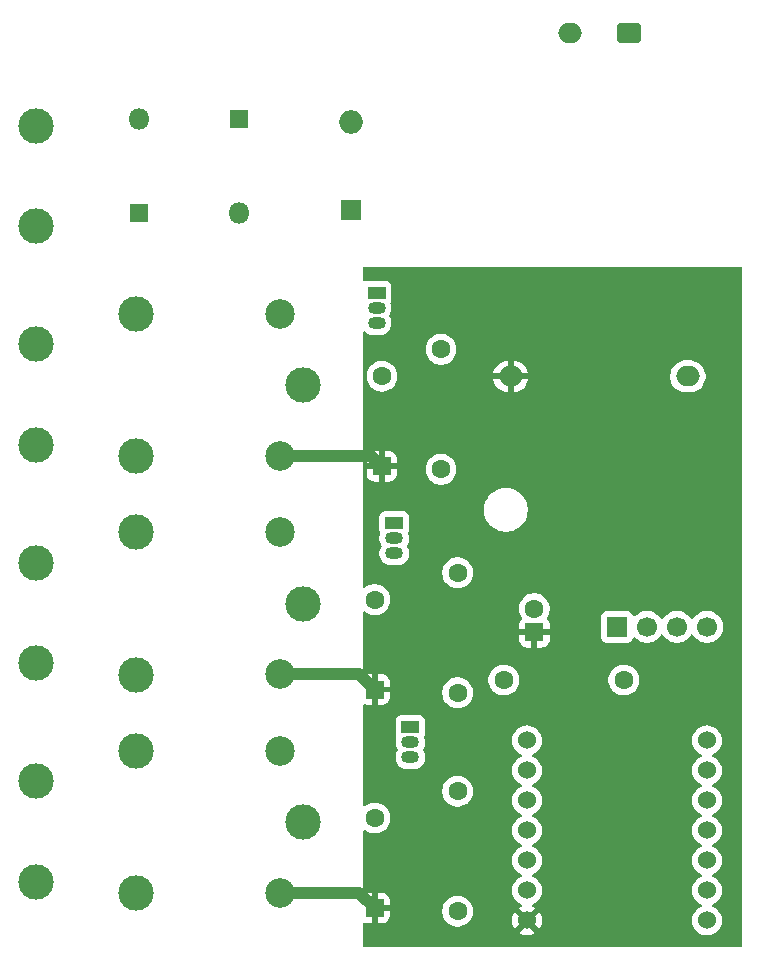
<source format=gbr>
%TF.GenerationSoftware,KiCad,Pcbnew,9.0.5*%
%TF.CreationDate,2025-10-13T17:13:28+02:00*%
%TF.ProjectId,power-sequencer-pcb,706f7765-722d-4736-9571-75656e636572,A*%
%TF.SameCoordinates,Original*%
%TF.FileFunction,Copper,L2,Inr*%
%TF.FilePolarity,Positive*%
%FSLAX46Y46*%
G04 Gerber Fmt 4.6, Leading zero omitted, Abs format (unit mm)*
G04 Created by KiCad (PCBNEW 9.0.5) date 2025-10-13 17:13:28*
%MOMM*%
%LPD*%
G01*
G04 APERTURE LIST*
G04 Aperture macros list*
%AMRoundRect*
0 Rectangle with rounded corners*
0 $1 Rounding radius*
0 $2 $3 $4 $5 $6 $7 $8 $9 X,Y pos of 4 corners*
0 Add a 4 corners polygon primitive as box body*
4,1,4,$2,$3,$4,$5,$6,$7,$8,$9,$2,$3,0*
0 Add four circle primitives for the rounded corners*
1,1,$1+$1,$2,$3*
1,1,$1+$1,$4,$5*
1,1,$1+$1,$6,$7*
1,1,$1+$1,$8,$9*
0 Add four rect primitives between the rounded corners*
20,1,$1+$1,$2,$3,$4,$5,0*
20,1,$1+$1,$4,$5,$6,$7,0*
20,1,$1+$1,$6,$7,$8,$9,0*
20,1,$1+$1,$8,$9,$2,$3,0*%
G04 Aperture macros list end*
%TA.AperFunction,ComponentPad*%
%ADD10C,3.000000*%
%TD*%
%TA.AperFunction,ComponentPad*%
%ADD11C,1.600000*%
%TD*%
%TA.AperFunction,ComponentPad*%
%ADD12RoundRect,0.250000X0.550000X-0.550000X0.550000X0.550000X-0.550000X0.550000X-0.550000X-0.550000X0*%
%TD*%
%TA.AperFunction,ComponentPad*%
%ADD13O,1.500000X1.050000*%
%TD*%
%TA.AperFunction,ComponentPad*%
%ADD14R,1.500000X1.050000*%
%TD*%
%TA.AperFunction,ComponentPad*%
%ADD15C,2.500000*%
%TD*%
%TA.AperFunction,ComponentPad*%
%ADD16R,1.800000X1.800000*%
%TD*%
%TA.AperFunction,ComponentPad*%
%ADD17O,2.000000X2.000000*%
%TD*%
%TA.AperFunction,ComponentPad*%
%ADD18C,1.524000*%
%TD*%
%TA.AperFunction,ComponentPad*%
%ADD19R,1.700000X1.700000*%
%TD*%
%TA.AperFunction,ComponentPad*%
%ADD20C,1.700000*%
%TD*%
%TA.AperFunction,ComponentPad*%
%ADD21RoundRect,0.250000X-0.750000X0.600000X-0.750000X-0.600000X0.750000X-0.600000X0.750000X0.600000X0*%
%TD*%
%TA.AperFunction,ComponentPad*%
%ADD22O,2.000000X1.700000*%
%TD*%
%TA.AperFunction,ComponentPad*%
%ADD23R,1.600000X1.600000*%
%TD*%
%TA.AperFunction,ComponentPad*%
%ADD24O,1.800000X1.800000*%
%TD*%
%TA.AperFunction,Conductor*%
%ADD25C,1.000000*%
%TD*%
G04 APERTURE END LIST*
D10*
%TO.N,Net-(J1-Pin_1)*%
%TO.C,J1*%
X86307500Y-78095000D03*
%TO.N,AC_N*%
X86307500Y-69595000D03*
%TD*%
%TO.N,Net-(J2-Pin_1)*%
%TO.C,J2*%
X86307500Y-96595000D03*
%TO.N,AC_N*%
X86307500Y-88095000D03*
%TD*%
%TO.N,Net-(J4-Pin_1)*%
%TO.C,J4*%
X86307500Y-133595000D03*
%TO.N,AC_N*%
X86307500Y-125095000D03*
%TD*%
%TO.N,Net-(J3-Pin_1)*%
%TO.C,J3*%
X86307500Y-115095000D03*
%TO.N,AC_N*%
X86307500Y-106595000D03*
%TD*%
D11*
%TO.N,Net-(U1-GPIO2{slash}SCK)*%
%TO.C,R2*%
X120595000Y-98675000D03*
%TO.N,Net-(Q1-B)*%
X120595000Y-88515000D03*
%TD*%
%TO.N,Net-(D1-A)*%
%TO.C,D1*%
X115595000Y-90785000D03*
D12*
%TO.N,+5V*%
X115595000Y-98405000D03*
%TD*%
D13*
%TO.N,Net-(D1-A)*%
%TO.C,Q1*%
X115140000Y-86270000D03*
%TO.N,Net-(Q1-B)*%
X115140000Y-85000000D03*
D14*
%TO.N,DC_GND*%
X115140000Y-83730000D03*
%TD*%
D11*
%TO.N,Net-(Q2-B)*%
%TO.C,R3*%
X122000000Y-107420000D03*
%TO.N,Net-(U1-GPIO4{slash}MISO)*%
X122000000Y-117580000D03*
%TD*%
D12*
%TO.N,+5V*%
%TO.C,D3*%
X115000000Y-135810000D03*
D11*
%TO.N,Net-(D3-A)*%
X115000000Y-128190000D03*
%TD*%
D10*
%TO.N,AC_L*%
%TO.C,K2*%
X108950000Y-110050000D03*
D15*
%TO.N,Net-(D2-A)*%
X107000000Y-104000000D03*
D10*
%TO.N,Net-(J3-Pin_1)*%
X94800000Y-104000000D03*
%TO.N,unconnected-(K2-Pad4)*%
X94750000Y-116050000D03*
D15*
%TO.N,+5V*%
X107000000Y-116000000D03*
%TD*%
D16*
%TO.N,AC_L*%
%TO.C,RV1*%
X113000000Y-76750000D03*
D17*
%TO.N,AC_N*%
X113000000Y-69250000D03*
%TD*%
D12*
%TO.N,+5V*%
%TO.C,C1*%
X128500000Y-112455113D03*
D11*
%TO.N,DC_GND*%
X128500000Y-110455113D03*
%TD*%
D18*
%TO.N,unconnected-(U1-GPIO26{slash}ADC0{slash}A0-Pad1)*%
%TO.C,U1*%
X143120000Y-136851500D03*
%TO.N,unconnected-(U1-GPIO27{slash}ADC1{slash}A1-Pad2)*%
X143120000Y-134311500D03*
%TO.N,unconnected-(U1-GPIO28{slash}ADC2{slash}A2-Pad3)*%
X143120000Y-131771500D03*
%TO.N,unconnected-(U1-GPIO29{slash}ADC3{slash}A3-Pad4)*%
X143120000Y-129231500D03*
%TO.N,unconnected-(U1-GPIO6{slash}SDA-Pad5)*%
X143120000Y-126691500D03*
%TO.N,BUTTON*%
X143120000Y-124151500D03*
%TO.N,LED*%
X143120000Y-121611500D03*
%TO.N,unconnected-(U1-GPIO1{slash}RX-Pad8)*%
X127880000Y-121611500D03*
%TO.N,Net-(U1-GPIO2{slash}SCK)*%
X127880000Y-124151500D03*
%TO.N,Net-(U1-GPIO4{slash}MISO)*%
X127880000Y-126691500D03*
%TO.N,Net-(U1-GPIO3{slash}MOSI)*%
X127880000Y-129231500D03*
%TO.N,+3V3*%
X127880000Y-131771500D03*
%TO.N,DC_GND*%
X127880000Y-134311500D03*
%TO.N,+5V*%
X127880000Y-136851500D03*
%TD*%
D12*
%TO.N,+5V*%
%TO.C,D2*%
X115000000Y-117310000D03*
D11*
%TO.N,Net-(D2-A)*%
X115000000Y-109690000D03*
%TD*%
D10*
%TO.N,AC_L*%
%TO.C,K3*%
X108950000Y-128550000D03*
D15*
%TO.N,Net-(D3-A)*%
X107000000Y-122500000D03*
D10*
%TO.N,Net-(J4-Pin_1)*%
X94800000Y-122500000D03*
%TO.N,unconnected-(K3-Pad4)*%
X94750000Y-134550000D03*
D15*
%TO.N,+5V*%
X107000000Y-134500000D03*
%TD*%
D11*
%TO.N,Net-(Q3-B)*%
%TO.C,R4*%
X122000000Y-125920000D03*
%TO.N,Net-(U1-GPIO3{slash}MOSI)*%
X122000000Y-136080000D03*
%TD*%
D10*
%TO.N,AC_L*%
%TO.C,K1*%
X108950000Y-91550000D03*
D15*
%TO.N,Net-(D1-A)*%
X107000000Y-85500000D03*
D10*
%TO.N,Net-(J2-Pin_1)*%
X94800000Y-85500000D03*
%TO.N,unconnected-(K1-Pad4)*%
X94750000Y-97550000D03*
D15*
%TO.N,+5V*%
X107000000Y-97500000D03*
%TD*%
D14*
%TO.N,DC_GND*%
%TO.C,Q3*%
X118000000Y-120500000D03*
D13*
%TO.N,Net-(Q3-B)*%
X118000000Y-121770000D03*
%TO.N,Net-(D3-A)*%
X118000000Y-123040000D03*
%TD*%
D19*
%TO.N,DC_GND*%
%TO.C,SW1*%
X135500000Y-112000000D03*
D20*
%TO.N,BUTTON*%
X138040000Y-112000000D03*
%TO.N,DC_GND*%
X140580000Y-112000000D03*
%TO.N,LED*%
X143120000Y-112000000D03*
%TD*%
D21*
%TO.N,AC_L*%
%TO.C,PS1*%
X136500000Y-61712500D03*
D22*
%TO.N,AC_N*%
X131500000Y-61712500D03*
%TO.N,DC_GND*%
X141500000Y-90792500D03*
%TO.N,+5V*%
X126500000Y-90792500D03*
%TD*%
D11*
%TO.N,BUTTON*%
%TO.C,R1*%
X136080000Y-116500000D03*
%TO.N,+3V3*%
X125920000Y-116500000D03*
%TD*%
D23*
%TO.N,Net-(J1-Pin_1)*%
%TO.C,F1*%
X95000000Y-77000000D03*
D24*
%TO.N,Net-(SW2-A)*%
X95000000Y-69000000D03*
%TD*%
D14*
%TO.N,DC_GND*%
%TO.C,Q2*%
X116640000Y-103230000D03*
D13*
%TO.N,Net-(Q2-B)*%
X116640000Y-104500000D03*
%TO.N,Net-(D2-A)*%
X116640000Y-105770000D03*
%TD*%
D23*
%TO.N,Net-(SW2-A)*%
%TO.C,SW2*%
X103500000Y-69000000D03*
D24*
%TO.N,AC_L*%
X103500000Y-77000000D03*
%TD*%
D25*
%TO.N,+5V*%
X107000000Y-97500000D02*
X114690000Y-97500000D01*
X114690000Y-97500000D02*
X115595000Y-98405000D01*
X107000000Y-116000000D02*
X113690000Y-116000000D01*
X113690000Y-116000000D02*
X115000000Y-117310000D01*
X107000000Y-134500000D02*
X113690000Y-134500000D01*
X113690000Y-134500000D02*
X115000000Y-135810000D01*
%TD*%
%TA.AperFunction,Conductor*%
%TO.N,+5V*%
G36*
X146037539Y-81519685D02*
G01*
X146083294Y-81572489D01*
X146094500Y-81624000D01*
X146094500Y-138970500D01*
X146074815Y-139037539D01*
X146022011Y-139083294D01*
X145970500Y-139094500D01*
X114124000Y-139094500D01*
X114056961Y-139074815D01*
X114011206Y-139022011D01*
X114000000Y-138970500D01*
X114000000Y-137172709D01*
X114019685Y-137105670D01*
X114072489Y-137059915D01*
X114141647Y-137049971D01*
X114163004Y-137055003D01*
X114297302Y-137099505D01*
X114297309Y-137099506D01*
X114400019Y-137109999D01*
X114749999Y-137109999D01*
X114750000Y-137109998D01*
X114750000Y-136125686D01*
X114754394Y-136130080D01*
X114845606Y-136182741D01*
X114947339Y-136210000D01*
X115052661Y-136210000D01*
X115154394Y-136182741D01*
X115245606Y-136130080D01*
X115250000Y-136125686D01*
X115250000Y-137109999D01*
X115599972Y-137109999D01*
X115599986Y-137109998D01*
X115702697Y-137099505D01*
X115869119Y-137044358D01*
X115869124Y-137044356D01*
X116018345Y-136952315D01*
X116142315Y-136828345D01*
X116234356Y-136679124D01*
X116234358Y-136679119D01*
X116289505Y-136512697D01*
X116289506Y-136512690D01*
X116299999Y-136409986D01*
X116300000Y-136409973D01*
X116300000Y-136060000D01*
X115315686Y-136060000D01*
X115320080Y-136055606D01*
X115365089Y-135977648D01*
X120699500Y-135977648D01*
X120699500Y-136182352D01*
X120700722Y-136190067D01*
X120731522Y-136384534D01*
X120794781Y-136579223D01*
X120845684Y-136679124D01*
X120882907Y-136752178D01*
X120887715Y-136761613D01*
X121008028Y-136927213D01*
X121152786Y-137071971D01*
X121291443Y-137172709D01*
X121318390Y-137192287D01*
X121434607Y-137251503D01*
X121500776Y-137285218D01*
X121500778Y-137285218D01*
X121500781Y-137285220D01*
X121605137Y-137319127D01*
X121695465Y-137348477D01*
X121796557Y-137364488D01*
X121897648Y-137380500D01*
X121897649Y-137380500D01*
X122102351Y-137380500D01*
X122102352Y-137380500D01*
X122304534Y-137348477D01*
X122499219Y-137285220D01*
X122681610Y-137192287D01*
X122800829Y-137105670D01*
X122847213Y-137071971D01*
X122847215Y-137071968D01*
X122847219Y-137071966D01*
X122991966Y-136927219D01*
X122991968Y-136927215D01*
X122991971Y-136927213D01*
X123046979Y-136851499D01*
X123112287Y-136761610D01*
X123205220Y-136579219D01*
X123268477Y-136384534D01*
X123300500Y-136182352D01*
X123300500Y-135977648D01*
X123298401Y-135964394D01*
X123268477Y-135775465D01*
X123217991Y-135620087D01*
X123205220Y-135580781D01*
X123205218Y-135580778D01*
X123205218Y-135580776D01*
X123149291Y-135471015D01*
X123112287Y-135398390D01*
X123104556Y-135387749D01*
X122991971Y-135232786D01*
X122847213Y-135088028D01*
X122681613Y-134967715D01*
X122681612Y-134967714D01*
X122681610Y-134967713D01*
X122624653Y-134938691D01*
X122499223Y-134874781D01*
X122304534Y-134811522D01*
X122129995Y-134783878D01*
X122102352Y-134779500D01*
X121897648Y-134779500D01*
X121873329Y-134783351D01*
X121695465Y-134811522D01*
X121500776Y-134874781D01*
X121318386Y-134967715D01*
X121152786Y-135088028D01*
X121008028Y-135232786D01*
X120887715Y-135398386D01*
X120794781Y-135580776D01*
X120731522Y-135775465D01*
X120701599Y-135964394D01*
X120699500Y-135977648D01*
X115365089Y-135977648D01*
X115372741Y-135964394D01*
X115400000Y-135862661D01*
X115400000Y-135757339D01*
X115372741Y-135655606D01*
X115320080Y-135564394D01*
X115315686Y-135560000D01*
X116299999Y-135560000D01*
X116299999Y-135210028D01*
X116299998Y-135210013D01*
X116289505Y-135107302D01*
X116234358Y-134940880D01*
X116234356Y-134940875D01*
X116142315Y-134791654D01*
X116018345Y-134667684D01*
X115869124Y-134575643D01*
X115869119Y-134575641D01*
X115702697Y-134520494D01*
X115702690Y-134520493D01*
X115599986Y-134510000D01*
X115250000Y-134510000D01*
X115250000Y-135494314D01*
X115245606Y-135489920D01*
X115154394Y-135437259D01*
X115052661Y-135410000D01*
X114947339Y-135410000D01*
X114845606Y-135437259D01*
X114754394Y-135489920D01*
X114750000Y-135494314D01*
X114750000Y-134510000D01*
X114400028Y-134510000D01*
X114400012Y-134510001D01*
X114297302Y-134520494D01*
X114163004Y-134564996D01*
X114093175Y-134567398D01*
X114033134Y-134531666D01*
X114001941Y-134469145D01*
X114000000Y-134447290D01*
X114000000Y-129314328D01*
X114019685Y-129247289D01*
X114072489Y-129201534D01*
X114141647Y-129191590D01*
X114196885Y-129214010D01*
X114306039Y-129293313D01*
X114318390Y-129302287D01*
X114434607Y-129361503D01*
X114500776Y-129395218D01*
X114500778Y-129395218D01*
X114500781Y-129395220D01*
X114605137Y-129429127D01*
X114695465Y-129458477D01*
X114796557Y-129474488D01*
X114897648Y-129490500D01*
X114897649Y-129490500D01*
X115102351Y-129490500D01*
X115102352Y-129490500D01*
X115304534Y-129458477D01*
X115499219Y-129395220D01*
X115681610Y-129302287D01*
X115833973Y-129191590D01*
X115847213Y-129181971D01*
X115847215Y-129181968D01*
X115847219Y-129181966D01*
X115991966Y-129037219D01*
X115991968Y-129037215D01*
X115991971Y-129037213D01*
X116065604Y-128935864D01*
X116112287Y-128871610D01*
X116205220Y-128689219D01*
X116268477Y-128494534D01*
X116300500Y-128292352D01*
X116300500Y-128087648D01*
X116290421Y-128024010D01*
X116268477Y-127885465D01*
X116205218Y-127690776D01*
X116171503Y-127624607D01*
X116112287Y-127508390D01*
X116104556Y-127497749D01*
X115991971Y-127342786D01*
X115847213Y-127198028D01*
X115681613Y-127077715D01*
X115681612Y-127077714D01*
X115681610Y-127077713D01*
X115592451Y-127032284D01*
X115499223Y-126984781D01*
X115304534Y-126921522D01*
X115129995Y-126893878D01*
X115102352Y-126889500D01*
X114897648Y-126889500D01*
X114873329Y-126893351D01*
X114695465Y-126921522D01*
X114500776Y-126984781D01*
X114318387Y-127077714D01*
X114196884Y-127165990D01*
X114131078Y-127189469D01*
X114063024Y-127173643D01*
X114014330Y-127123537D01*
X114000000Y-127065671D01*
X114000000Y-125817648D01*
X120699500Y-125817648D01*
X120699500Y-126022352D01*
X120700681Y-126029806D01*
X120731522Y-126224534D01*
X120794781Y-126419223D01*
X120858691Y-126544653D01*
X120882887Y-126592139D01*
X120887715Y-126601613D01*
X121008028Y-126767213D01*
X121152786Y-126911971D01*
X121307749Y-127024556D01*
X121318390Y-127032287D01*
X121434607Y-127091503D01*
X121500776Y-127125218D01*
X121500778Y-127125218D01*
X121500781Y-127125220D01*
X121605137Y-127159127D01*
X121695465Y-127188477D01*
X121796557Y-127204488D01*
X121897648Y-127220500D01*
X121897649Y-127220500D01*
X122102351Y-127220500D01*
X122102352Y-127220500D01*
X122304534Y-127188477D01*
X122499219Y-127125220D01*
X122681610Y-127032287D01*
X122774590Y-126964732D01*
X122847213Y-126911971D01*
X122847215Y-126911968D01*
X122847219Y-126911966D01*
X122991966Y-126767219D01*
X122991968Y-126767215D01*
X122991971Y-126767213D01*
X123044732Y-126694590D01*
X123112287Y-126601610D01*
X123205220Y-126419219D01*
X123268477Y-126224534D01*
X123300500Y-126022352D01*
X123300500Y-125817648D01*
X123268477Y-125615465D01*
X123217991Y-125460087D01*
X123205220Y-125420781D01*
X123205218Y-125420778D01*
X123205218Y-125420776D01*
X123149291Y-125311015D01*
X123112287Y-125238390D01*
X123104556Y-125227749D01*
X122991971Y-125072786D01*
X122847213Y-124928028D01*
X122681613Y-124807715D01*
X122681612Y-124807714D01*
X122681610Y-124807713D01*
X122624653Y-124778691D01*
X122499223Y-124714781D01*
X122304534Y-124651522D01*
X122129995Y-124623878D01*
X122102352Y-124619500D01*
X121897648Y-124619500D01*
X121873329Y-124623351D01*
X121695465Y-124651522D01*
X121500776Y-124714781D01*
X121318386Y-124807715D01*
X121152786Y-124928028D01*
X121008028Y-125072786D01*
X120887715Y-125238386D01*
X120794781Y-125420776D01*
X120731522Y-125615465D01*
X120699500Y-125817648D01*
X114000000Y-125817648D01*
X114000000Y-119927135D01*
X116749500Y-119927135D01*
X116749500Y-121072870D01*
X116749501Y-121072876D01*
X116755908Y-121132483D01*
X116806202Y-121267328D01*
X116806203Y-121267330D01*
X116806204Y-121267331D01*
X116807028Y-121268432D01*
X116807509Y-121269721D01*
X116810454Y-121275114D01*
X116809678Y-121275537D01*
X116831448Y-121333895D01*
X116822325Y-121390198D01*
X116788910Y-121470868D01*
X116788907Y-121470880D01*
X116749500Y-121668992D01*
X116749500Y-121871007D01*
X116788907Y-122069119D01*
X116788909Y-122069127D01*
X116866213Y-122255755D01*
X116919904Y-122336109D01*
X116940782Y-122402787D01*
X116922297Y-122470167D01*
X116919904Y-122473891D01*
X116866213Y-122554244D01*
X116788909Y-122740872D01*
X116788907Y-122740880D01*
X116749500Y-122938992D01*
X116749500Y-123141007D01*
X116788907Y-123339119D01*
X116788909Y-123339127D01*
X116866212Y-123525752D01*
X116866217Y-123525762D01*
X116978441Y-123693718D01*
X117121281Y-123836558D01*
X117289237Y-123948782D01*
X117289241Y-123948784D01*
X117289244Y-123948786D01*
X117475873Y-124026091D01*
X117673992Y-124065499D01*
X117673996Y-124065500D01*
X117673997Y-124065500D01*
X118326004Y-124065500D01*
X118326005Y-124065499D01*
X118524127Y-124026091D01*
X118710756Y-123948786D01*
X118878718Y-123836558D01*
X119021558Y-123693718D01*
X119133786Y-123525756D01*
X119211091Y-123339127D01*
X119250500Y-123141003D01*
X119250500Y-122938997D01*
X119211091Y-122740873D01*
X119133786Y-122554244D01*
X119080094Y-122473889D01*
X119059217Y-122407214D01*
X119077701Y-122339834D01*
X119080078Y-122336134D01*
X119133786Y-122255756D01*
X119211091Y-122069127D01*
X119250500Y-121871003D01*
X119250500Y-121668997D01*
X119250336Y-121668174D01*
X119224508Y-121538321D01*
X119224505Y-121538313D01*
X119219299Y-121512139D01*
X126617500Y-121512139D01*
X126617500Y-121710860D01*
X126648587Y-121907137D01*
X126709993Y-122096129D01*
X126709994Y-122096132D01*
X126791326Y-122255753D01*
X126800213Y-122273194D01*
X126917019Y-122433964D01*
X127057536Y-122574481D01*
X127218306Y-122691287D01*
X127315622Y-122740872D01*
X127374780Y-122771015D01*
X127425576Y-122818990D01*
X127442371Y-122886811D01*
X127419833Y-122952946D01*
X127374780Y-122991985D01*
X127218305Y-123071713D01*
X127057533Y-123188521D01*
X126917021Y-123329033D01*
X126800213Y-123489805D01*
X126709994Y-123666867D01*
X126709993Y-123666870D01*
X126648587Y-123855862D01*
X126617500Y-124052139D01*
X126617500Y-124250860D01*
X126648587Y-124447137D01*
X126709993Y-124636129D01*
X126709994Y-124636132D01*
X126797420Y-124807713D01*
X126800213Y-124813194D01*
X126917019Y-124973964D01*
X127057536Y-125114481D01*
X127218306Y-125231287D01*
X127336832Y-125291679D01*
X127374780Y-125311015D01*
X127425576Y-125358990D01*
X127442371Y-125426811D01*
X127419833Y-125492946D01*
X127374780Y-125531985D01*
X127218305Y-125611713D01*
X127057533Y-125728521D01*
X126917021Y-125869033D01*
X126800213Y-126029805D01*
X126709994Y-126206867D01*
X126709993Y-126206870D01*
X126648587Y-126395862D01*
X126617500Y-126592139D01*
X126617500Y-126790860D01*
X126648587Y-126987137D01*
X126709993Y-127176129D01*
X126709994Y-127176132D01*
X126794907Y-127342781D01*
X126800213Y-127353194D01*
X126917019Y-127513964D01*
X127057536Y-127654481D01*
X127218306Y-127771287D01*
X127336832Y-127831679D01*
X127374780Y-127851015D01*
X127425576Y-127898990D01*
X127442371Y-127966811D01*
X127419833Y-128032946D01*
X127374780Y-128071985D01*
X127218305Y-128151713D01*
X127057533Y-128268521D01*
X126917021Y-128409033D01*
X126800213Y-128569805D01*
X126709994Y-128746867D01*
X126709993Y-128746870D01*
X126648587Y-128935862D01*
X126648587Y-128935864D01*
X126617500Y-129132139D01*
X126617500Y-129330861D01*
X126633043Y-129428998D01*
X126648587Y-129527137D01*
X126709993Y-129716129D01*
X126709994Y-129716132D01*
X126800213Y-129893194D01*
X126917019Y-130053964D01*
X127057536Y-130194481D01*
X127218306Y-130311287D01*
X127336832Y-130371679D01*
X127374780Y-130391015D01*
X127425576Y-130438990D01*
X127442371Y-130506811D01*
X127419833Y-130572946D01*
X127374780Y-130611985D01*
X127218305Y-130691713D01*
X127057533Y-130808521D01*
X126917021Y-130949033D01*
X126800213Y-131109805D01*
X126709994Y-131286867D01*
X126709993Y-131286870D01*
X126648587Y-131475862D01*
X126617500Y-131672139D01*
X126617500Y-131870860D01*
X126648587Y-132067137D01*
X126709993Y-132256129D01*
X126709994Y-132256132D01*
X126800213Y-132433194D01*
X126917019Y-132593964D01*
X127057536Y-132734481D01*
X127218306Y-132851287D01*
X127336832Y-132911679D01*
X127374780Y-132931015D01*
X127425576Y-132978990D01*
X127442371Y-133046811D01*
X127419833Y-133112946D01*
X127374780Y-133151985D01*
X127218305Y-133231713D01*
X127057533Y-133348521D01*
X126917021Y-133489033D01*
X126800213Y-133649805D01*
X126709994Y-133826867D01*
X126709993Y-133826870D01*
X126648587Y-134015862D01*
X126617500Y-134212139D01*
X126617500Y-134410860D01*
X126648587Y-134607137D01*
X126709993Y-134796129D01*
X126709994Y-134796132D01*
X126783748Y-134940880D01*
X126800213Y-134973194D01*
X126917019Y-135133964D01*
X127057536Y-135274481D01*
X127218306Y-135391287D01*
X127375332Y-135471296D01*
X127426127Y-135519269D01*
X127442922Y-135587090D01*
X127420385Y-135653225D01*
X127375332Y-135692264D01*
X127218566Y-135772141D01*
X127181283Y-135799229D01*
X127181282Y-135799230D01*
X127795906Y-136413852D01*
X127708429Y-136437292D01*
X127607070Y-136495811D01*
X127524311Y-136578570D01*
X127465792Y-136679929D01*
X127442352Y-136767405D01*
X126827730Y-136152782D01*
X126827729Y-136152783D01*
X126800643Y-136190064D01*
X126710457Y-136367062D01*
X126649075Y-136555976D01*
X126649075Y-136555979D01*
X126618000Y-136752178D01*
X126618000Y-136950821D01*
X126649075Y-137147020D01*
X126649075Y-137147023D01*
X126710457Y-137335937D01*
X126800641Y-137512932D01*
X126827730Y-137550215D01*
X126827731Y-137550216D01*
X127442352Y-136935594D01*
X127465792Y-137023071D01*
X127524311Y-137124430D01*
X127607070Y-137207189D01*
X127708429Y-137265708D01*
X127795905Y-137289147D01*
X127181283Y-137903768D01*
X127181283Y-137903769D01*
X127218567Y-137930858D01*
X127395562Y-138021042D01*
X127584477Y-138082424D01*
X127780679Y-138113500D01*
X127979321Y-138113500D01*
X128175520Y-138082424D01*
X128175523Y-138082424D01*
X128364437Y-138021042D01*
X128541425Y-137930862D01*
X128578716Y-137903768D01*
X127964095Y-137289147D01*
X128051571Y-137265708D01*
X128152930Y-137207189D01*
X128235689Y-137124430D01*
X128294208Y-137023071D01*
X128317647Y-136935594D01*
X128932268Y-137550215D01*
X128959362Y-137512925D01*
X129049542Y-137335937D01*
X129110924Y-137147023D01*
X129110924Y-137147020D01*
X129142000Y-136950821D01*
X129142000Y-136752178D01*
X129110924Y-136555979D01*
X129110924Y-136555976D01*
X129049542Y-136367062D01*
X128959358Y-136190067D01*
X128932268Y-136152783D01*
X128317647Y-136767404D01*
X128294208Y-136679929D01*
X128235689Y-136578570D01*
X128152930Y-136495811D01*
X128051571Y-136437292D01*
X127964094Y-136413852D01*
X128578716Y-135799231D01*
X128578715Y-135799230D01*
X128541432Y-135772141D01*
X128384668Y-135692265D01*
X128333872Y-135644290D01*
X128317077Y-135576469D01*
X128339615Y-135510334D01*
X128384667Y-135471296D01*
X128541694Y-135391287D01*
X128702464Y-135274481D01*
X128842981Y-135133964D01*
X128959787Y-134973194D01*
X129050005Y-134796132D01*
X129111413Y-134607136D01*
X129142500Y-134410861D01*
X129142500Y-134212139D01*
X129111413Y-134015864D01*
X129050005Y-133826868D01*
X129050005Y-133826867D01*
X128959786Y-133649805D01*
X128842981Y-133489036D01*
X128702464Y-133348519D01*
X128541694Y-133231713D01*
X128385218Y-133151984D01*
X128334423Y-133104010D01*
X128317628Y-133036189D01*
X128340165Y-132970054D01*
X128385218Y-132931015D01*
X128541694Y-132851287D01*
X128702464Y-132734481D01*
X128842981Y-132593964D01*
X128959787Y-132433194D01*
X129050005Y-132256132D01*
X129111413Y-132067136D01*
X129142500Y-131870861D01*
X129142500Y-131672139D01*
X129111413Y-131475864D01*
X129050005Y-131286868D01*
X129050005Y-131286867D01*
X128959786Y-131109805D01*
X128842981Y-130949036D01*
X128702464Y-130808519D01*
X128541694Y-130691713D01*
X128385218Y-130611984D01*
X128334423Y-130564010D01*
X128317628Y-130496189D01*
X128340165Y-130430054D01*
X128385218Y-130391015D01*
X128541694Y-130311287D01*
X128702464Y-130194481D01*
X128842981Y-130053964D01*
X128959787Y-129893194D01*
X129050005Y-129716132D01*
X129111413Y-129527136D01*
X129142500Y-129330861D01*
X129142500Y-129132139D01*
X129111413Y-128935864D01*
X129050005Y-128746868D01*
X129050005Y-128746867D01*
X128959786Y-128569805D01*
X128842981Y-128409036D01*
X128702464Y-128268519D01*
X128541694Y-128151713D01*
X128385218Y-128071984D01*
X128334423Y-128024010D01*
X128317628Y-127956189D01*
X128340165Y-127890054D01*
X128385218Y-127851015D01*
X128541694Y-127771287D01*
X128702464Y-127654481D01*
X128842981Y-127513964D01*
X128959787Y-127353194D01*
X129050005Y-127176132D01*
X129111413Y-126987136D01*
X129142500Y-126790861D01*
X129142500Y-126592139D01*
X129111413Y-126395864D01*
X129050005Y-126206868D01*
X129050005Y-126206867D01*
X128959786Y-126029805D01*
X128954371Y-126022352D01*
X128842981Y-125869036D01*
X128702464Y-125728519D01*
X128541694Y-125611713D01*
X128385218Y-125531984D01*
X128334423Y-125484010D01*
X128317628Y-125416189D01*
X128340165Y-125350054D01*
X128385218Y-125311015D01*
X128541694Y-125231287D01*
X128702464Y-125114481D01*
X128842981Y-124973964D01*
X128959787Y-124813194D01*
X129050005Y-124636132D01*
X129111413Y-124447136D01*
X129142500Y-124250861D01*
X129142500Y-124052139D01*
X129111413Y-123855864D01*
X129050005Y-123666868D01*
X129050005Y-123666867D01*
X129004035Y-123576649D01*
X128959787Y-123489806D01*
X128842981Y-123329036D01*
X128702464Y-123188519D01*
X128541694Y-123071713D01*
X128385218Y-122991984D01*
X128334423Y-122944010D01*
X128317628Y-122876189D01*
X128340165Y-122810054D01*
X128385218Y-122771015D01*
X128541694Y-122691287D01*
X128702464Y-122574481D01*
X128842981Y-122433964D01*
X128959787Y-122273194D01*
X129050005Y-122096132D01*
X129111413Y-121907136D01*
X129142500Y-121710861D01*
X129142500Y-121512139D01*
X141857500Y-121512139D01*
X141857500Y-121710860D01*
X141888587Y-121907137D01*
X141949993Y-122096129D01*
X141949994Y-122096132D01*
X142031326Y-122255753D01*
X142040213Y-122273194D01*
X142157019Y-122433964D01*
X142297536Y-122574481D01*
X142458306Y-122691287D01*
X142555622Y-122740872D01*
X142614780Y-122771015D01*
X142665576Y-122818990D01*
X142682371Y-122886811D01*
X142659833Y-122952946D01*
X142614780Y-122991985D01*
X142458305Y-123071713D01*
X142297533Y-123188521D01*
X142157021Y-123329033D01*
X142040213Y-123489805D01*
X141949994Y-123666867D01*
X141949993Y-123666870D01*
X141888587Y-123855862D01*
X141857500Y-124052139D01*
X141857500Y-124250860D01*
X141888587Y-124447137D01*
X141949993Y-124636129D01*
X141949994Y-124636132D01*
X142037420Y-124807713D01*
X142040213Y-124813194D01*
X142157019Y-124973964D01*
X142297536Y-125114481D01*
X142458306Y-125231287D01*
X142576832Y-125291679D01*
X142614780Y-125311015D01*
X142665576Y-125358990D01*
X142682371Y-125426811D01*
X142659833Y-125492946D01*
X142614780Y-125531985D01*
X142458305Y-125611713D01*
X142297533Y-125728521D01*
X142157021Y-125869033D01*
X142040213Y-126029805D01*
X141949994Y-126206867D01*
X141949993Y-126206870D01*
X141888587Y-126395862D01*
X141857500Y-126592139D01*
X141857500Y-126790860D01*
X141888587Y-126987137D01*
X141949993Y-127176129D01*
X141949994Y-127176132D01*
X142034907Y-127342781D01*
X142040213Y-127353194D01*
X142157019Y-127513964D01*
X142297536Y-127654481D01*
X142458306Y-127771287D01*
X142576832Y-127831679D01*
X142614780Y-127851015D01*
X142665576Y-127898990D01*
X142682371Y-127966811D01*
X142659833Y-128032946D01*
X142614780Y-128071985D01*
X142458305Y-128151713D01*
X142297533Y-128268521D01*
X142157021Y-128409033D01*
X142040213Y-128569805D01*
X141949994Y-128746867D01*
X141949993Y-128746870D01*
X141888587Y-128935862D01*
X141888587Y-128935864D01*
X141857500Y-129132139D01*
X141857500Y-129330861D01*
X141873043Y-129428998D01*
X141888587Y-129527137D01*
X141949993Y-129716129D01*
X141949994Y-129716132D01*
X142040213Y-129893194D01*
X142157019Y-130053964D01*
X142297536Y-130194481D01*
X142458306Y-130311287D01*
X142576832Y-130371679D01*
X142614780Y-130391015D01*
X142665576Y-130438990D01*
X142682371Y-130506811D01*
X142659833Y-130572946D01*
X142614780Y-130611985D01*
X142458305Y-130691713D01*
X142297533Y-130808521D01*
X142157021Y-130949033D01*
X142040213Y-131109805D01*
X141949994Y-131286867D01*
X141949993Y-131286870D01*
X141888587Y-131475862D01*
X141857500Y-131672139D01*
X141857500Y-131870860D01*
X141888587Y-132067137D01*
X141949993Y-132256129D01*
X141949994Y-132256132D01*
X142040213Y-132433194D01*
X142157019Y-132593964D01*
X142297536Y-132734481D01*
X142458306Y-132851287D01*
X142576832Y-132911679D01*
X142614780Y-132931015D01*
X142665576Y-132978990D01*
X142682371Y-133046811D01*
X142659833Y-133112946D01*
X142614780Y-133151985D01*
X142458305Y-133231713D01*
X142297533Y-133348521D01*
X142157021Y-133489033D01*
X142040213Y-133649805D01*
X141949994Y-133826867D01*
X141949993Y-133826870D01*
X141888587Y-134015862D01*
X141857500Y-134212139D01*
X141857500Y-134410860D01*
X141888587Y-134607137D01*
X141949993Y-134796129D01*
X141949994Y-134796132D01*
X142023748Y-134940880D01*
X142040213Y-134973194D01*
X142157019Y-135133964D01*
X142297536Y-135274481D01*
X142458306Y-135391287D01*
X142548531Y-135437259D01*
X142614780Y-135471015D01*
X142665576Y-135518990D01*
X142682371Y-135586811D01*
X142659833Y-135652946D01*
X142614780Y-135691985D01*
X142458305Y-135771713D01*
X142297533Y-135888521D01*
X142157021Y-136029033D01*
X142040213Y-136189805D01*
X141949994Y-136366867D01*
X141949993Y-136366870D01*
X141888587Y-136555862D01*
X141857500Y-136752139D01*
X141857500Y-136950860D01*
X141888587Y-137147137D01*
X141949993Y-137336129D01*
X141949994Y-137336132D01*
X142040076Y-137512925D01*
X142040213Y-137513194D01*
X142157019Y-137673964D01*
X142297536Y-137814481D01*
X142458306Y-137931287D01*
X142545149Y-137975535D01*
X142635367Y-138021505D01*
X142635370Y-138021506D01*
X142729866Y-138052209D01*
X142824364Y-138082913D01*
X143020639Y-138114000D01*
X143020640Y-138114000D01*
X143219360Y-138114000D01*
X143219361Y-138114000D01*
X143415636Y-138082913D01*
X143604632Y-138021505D01*
X143781694Y-137931287D01*
X143942464Y-137814481D01*
X144082981Y-137673964D01*
X144199787Y-137513194D01*
X144290005Y-137336132D01*
X144351413Y-137147136D01*
X144382500Y-136950861D01*
X144382500Y-136752139D01*
X144351413Y-136555864D01*
X144290005Y-136366868D01*
X144290005Y-136366867D01*
X144210076Y-136210000D01*
X144199787Y-136189806D01*
X144082981Y-136029036D01*
X143942464Y-135888519D01*
X143781694Y-135771713D01*
X143625218Y-135691984D01*
X143574423Y-135644010D01*
X143557628Y-135576189D01*
X143580165Y-135510054D01*
X143625218Y-135471015D01*
X143781694Y-135391287D01*
X143942464Y-135274481D01*
X144082981Y-135133964D01*
X144199787Y-134973194D01*
X144290005Y-134796132D01*
X144351413Y-134607136D01*
X144382500Y-134410861D01*
X144382500Y-134212139D01*
X144351413Y-134015864D01*
X144290005Y-133826868D01*
X144290005Y-133826867D01*
X144199786Y-133649805D01*
X144082981Y-133489036D01*
X143942464Y-133348519D01*
X143781694Y-133231713D01*
X143625218Y-133151984D01*
X143574423Y-133104010D01*
X143557628Y-133036189D01*
X143580165Y-132970054D01*
X143625218Y-132931015D01*
X143781694Y-132851287D01*
X143942464Y-132734481D01*
X144082981Y-132593964D01*
X144199787Y-132433194D01*
X144290005Y-132256132D01*
X144351413Y-132067136D01*
X144382500Y-131870861D01*
X144382500Y-131672139D01*
X144351413Y-131475864D01*
X144290005Y-131286868D01*
X144290005Y-131286867D01*
X144199786Y-131109805D01*
X144082981Y-130949036D01*
X143942464Y-130808519D01*
X143781694Y-130691713D01*
X143625218Y-130611984D01*
X143574423Y-130564010D01*
X143557628Y-130496189D01*
X143580165Y-130430054D01*
X143625218Y-130391015D01*
X143781694Y-130311287D01*
X143942464Y-130194481D01*
X144082981Y-130053964D01*
X144199787Y-129893194D01*
X144290005Y-129716132D01*
X144351413Y-129527136D01*
X144382500Y-129330861D01*
X144382500Y-129132139D01*
X144351413Y-128935864D01*
X144290005Y-128746868D01*
X144290005Y-128746867D01*
X144199786Y-128569805D01*
X144082981Y-128409036D01*
X143942464Y-128268519D01*
X143781694Y-128151713D01*
X143625218Y-128071984D01*
X143574423Y-128024010D01*
X143557628Y-127956189D01*
X143580165Y-127890054D01*
X143625218Y-127851015D01*
X143781694Y-127771287D01*
X143942464Y-127654481D01*
X144082981Y-127513964D01*
X144199787Y-127353194D01*
X144290005Y-127176132D01*
X144351413Y-126987136D01*
X144382500Y-126790861D01*
X144382500Y-126592139D01*
X144351413Y-126395864D01*
X144290005Y-126206868D01*
X144290005Y-126206867D01*
X144199786Y-126029805D01*
X144194371Y-126022352D01*
X144082981Y-125869036D01*
X143942464Y-125728519D01*
X143781694Y-125611713D01*
X143625218Y-125531984D01*
X143574423Y-125484010D01*
X143557628Y-125416189D01*
X143580165Y-125350054D01*
X143625218Y-125311015D01*
X143781694Y-125231287D01*
X143942464Y-125114481D01*
X144082981Y-124973964D01*
X144199787Y-124813194D01*
X144290005Y-124636132D01*
X144351413Y-124447136D01*
X144382500Y-124250861D01*
X144382500Y-124052139D01*
X144351413Y-123855864D01*
X144290005Y-123666868D01*
X144290005Y-123666867D01*
X144244035Y-123576649D01*
X144199787Y-123489806D01*
X144082981Y-123329036D01*
X143942464Y-123188519D01*
X143781694Y-123071713D01*
X143625218Y-122991984D01*
X143574423Y-122944010D01*
X143557628Y-122876189D01*
X143580165Y-122810054D01*
X143625218Y-122771015D01*
X143781694Y-122691287D01*
X143942464Y-122574481D01*
X144082981Y-122433964D01*
X144199787Y-122273194D01*
X144290005Y-122096132D01*
X144351413Y-121907136D01*
X144382500Y-121710861D01*
X144382500Y-121512139D01*
X144351413Y-121315864D01*
X144320709Y-121221366D01*
X144290006Y-121126870D01*
X144290005Y-121126867D01*
X144199786Y-120949805D01*
X144082981Y-120789036D01*
X143942464Y-120648519D01*
X143781694Y-120531713D01*
X143604632Y-120441494D01*
X143604629Y-120441493D01*
X143415637Y-120380087D01*
X143317498Y-120364543D01*
X143219361Y-120349000D01*
X143020639Y-120349000D01*
X142955214Y-120359362D01*
X142824362Y-120380087D01*
X142635370Y-120441493D01*
X142635367Y-120441494D01*
X142458305Y-120531713D01*
X142297533Y-120648521D01*
X142157021Y-120789033D01*
X142040213Y-120949805D01*
X141949994Y-121126867D01*
X141949993Y-121126870D01*
X141888587Y-121315862D01*
X141857500Y-121512139D01*
X129142500Y-121512139D01*
X129111413Y-121315864D01*
X129080709Y-121221366D01*
X129050006Y-121126870D01*
X129050005Y-121126867D01*
X128959786Y-120949805D01*
X128842981Y-120789036D01*
X128702464Y-120648519D01*
X128541694Y-120531713D01*
X128364632Y-120441494D01*
X128364629Y-120441493D01*
X128175637Y-120380087D01*
X128077498Y-120364543D01*
X127979361Y-120349000D01*
X127780639Y-120349000D01*
X127715214Y-120359362D01*
X127584362Y-120380087D01*
X127395370Y-120441493D01*
X127395367Y-120441494D01*
X127218305Y-120531713D01*
X127057533Y-120648521D01*
X126917021Y-120789033D01*
X126800213Y-120949805D01*
X126709994Y-121126867D01*
X126709993Y-121126870D01*
X126648587Y-121315862D01*
X126617500Y-121512139D01*
X119219299Y-121512139D01*
X119211091Y-121470873D01*
X119175687Y-121385401D01*
X119174109Y-121380459D01*
X119173407Y-121350513D01*
X119170205Y-121320730D01*
X119172581Y-121315271D01*
X119172472Y-121310608D01*
X119179942Y-121298362D01*
X119189964Y-121275340D01*
X119189547Y-121275112D01*
X119192095Y-121270444D01*
X119192972Y-121268431D01*
X119193796Y-121267331D01*
X119244091Y-121132483D01*
X119250500Y-121072873D01*
X119250499Y-119927128D01*
X119244091Y-119867517D01*
X119193796Y-119732669D01*
X119193795Y-119732668D01*
X119193793Y-119732664D01*
X119107547Y-119617455D01*
X119107544Y-119617452D01*
X118992335Y-119531206D01*
X118992328Y-119531202D01*
X118857482Y-119480908D01*
X118857483Y-119480908D01*
X118797883Y-119474501D01*
X118797881Y-119474500D01*
X118797873Y-119474500D01*
X118797864Y-119474500D01*
X117202129Y-119474500D01*
X117202123Y-119474501D01*
X117142516Y-119480908D01*
X117007671Y-119531202D01*
X117007664Y-119531206D01*
X116892455Y-119617452D01*
X116892452Y-119617455D01*
X116806206Y-119732664D01*
X116806202Y-119732671D01*
X116755908Y-119867517D01*
X116749501Y-119927116D01*
X116749501Y-119927123D01*
X116749500Y-119927135D01*
X114000000Y-119927135D01*
X114000000Y-118672709D01*
X114019685Y-118605670D01*
X114072489Y-118559915D01*
X114141647Y-118549971D01*
X114163004Y-118555003D01*
X114297302Y-118599505D01*
X114297309Y-118599506D01*
X114400019Y-118609999D01*
X114749999Y-118609999D01*
X114750000Y-118609998D01*
X114750000Y-117625686D01*
X114754394Y-117630080D01*
X114845606Y-117682741D01*
X114947339Y-117710000D01*
X115052661Y-117710000D01*
X115154394Y-117682741D01*
X115245606Y-117630080D01*
X115250000Y-117625686D01*
X115250000Y-118609999D01*
X115599972Y-118609999D01*
X115599986Y-118609998D01*
X115702697Y-118599505D01*
X115869119Y-118544358D01*
X115869124Y-118544356D01*
X116018345Y-118452315D01*
X116142315Y-118328345D01*
X116234356Y-118179124D01*
X116234358Y-118179119D01*
X116289505Y-118012697D01*
X116289506Y-118012690D01*
X116299999Y-117909986D01*
X116300000Y-117909973D01*
X116300000Y-117560000D01*
X115315686Y-117560000D01*
X115320080Y-117555606D01*
X115365089Y-117477648D01*
X120699500Y-117477648D01*
X120699500Y-117682351D01*
X120731522Y-117884534D01*
X120794781Y-118079223D01*
X120887715Y-118261613D01*
X121008028Y-118427213D01*
X121152786Y-118571971D01*
X121291443Y-118672709D01*
X121318390Y-118692287D01*
X121434607Y-118751503D01*
X121500776Y-118785218D01*
X121500778Y-118785218D01*
X121500781Y-118785220D01*
X121605137Y-118819127D01*
X121695465Y-118848477D01*
X121796557Y-118864488D01*
X121897648Y-118880500D01*
X121897649Y-118880500D01*
X122102351Y-118880500D01*
X122102352Y-118880500D01*
X122304534Y-118848477D01*
X122499219Y-118785220D01*
X122681610Y-118692287D01*
X122800829Y-118605670D01*
X122847213Y-118571971D01*
X122847215Y-118571968D01*
X122847219Y-118571966D01*
X122991966Y-118427219D01*
X122991968Y-118427215D01*
X122991971Y-118427213D01*
X123044732Y-118354590D01*
X123112287Y-118261610D01*
X123205220Y-118079219D01*
X123268477Y-117884534D01*
X123300500Y-117682352D01*
X123300500Y-117477648D01*
X123268477Y-117275466D01*
X123205220Y-117080781D01*
X123205218Y-117080778D01*
X123205218Y-117080776D01*
X123158924Y-116989920D01*
X123112287Y-116898390D01*
X123104556Y-116887749D01*
X122991971Y-116732786D01*
X122847219Y-116588034D01*
X122847211Y-116588028D01*
X122716544Y-116493094D01*
X122716543Y-116493092D01*
X122681613Y-116467715D01*
X122681612Y-116467714D01*
X122681610Y-116467713D01*
X122624653Y-116438691D01*
X122544102Y-116397648D01*
X124619500Y-116397648D01*
X124619500Y-116602351D01*
X124651522Y-116804534D01*
X124714781Y-116999223D01*
X124747988Y-117064394D01*
X124794463Y-117155606D01*
X124807715Y-117181613D01*
X124928028Y-117347213D01*
X125072786Y-117491971D01*
X125227749Y-117604556D01*
X125238390Y-117612287D01*
X125354607Y-117671503D01*
X125420776Y-117705218D01*
X125420778Y-117705218D01*
X125420781Y-117705220D01*
X125525137Y-117739127D01*
X125615465Y-117768477D01*
X125716557Y-117784488D01*
X125817648Y-117800500D01*
X125817649Y-117800500D01*
X126022351Y-117800500D01*
X126022352Y-117800500D01*
X126224534Y-117768477D01*
X126419219Y-117705220D01*
X126601610Y-117612287D01*
X126694590Y-117544732D01*
X126767213Y-117491971D01*
X126767215Y-117491968D01*
X126767219Y-117491966D01*
X126911966Y-117347219D01*
X126911968Y-117347215D01*
X126911971Y-117347213D01*
X126977267Y-117257339D01*
X127032287Y-117181610D01*
X127125220Y-116999219D01*
X127188477Y-116804534D01*
X127220500Y-116602352D01*
X127220500Y-116397648D01*
X134779500Y-116397648D01*
X134779500Y-116602351D01*
X134811522Y-116804534D01*
X134874781Y-116999223D01*
X134907988Y-117064394D01*
X134954463Y-117155606D01*
X134967715Y-117181613D01*
X135088028Y-117347213D01*
X135232786Y-117491971D01*
X135387749Y-117604556D01*
X135398390Y-117612287D01*
X135514607Y-117671503D01*
X135580776Y-117705218D01*
X135580778Y-117705218D01*
X135580781Y-117705220D01*
X135685137Y-117739127D01*
X135775465Y-117768477D01*
X135876557Y-117784488D01*
X135977648Y-117800500D01*
X135977649Y-117800500D01*
X136182351Y-117800500D01*
X136182352Y-117800500D01*
X136384534Y-117768477D01*
X136579219Y-117705220D01*
X136761610Y-117612287D01*
X136854590Y-117544732D01*
X136927213Y-117491971D01*
X136927215Y-117491968D01*
X136927219Y-117491966D01*
X137071966Y-117347219D01*
X137071968Y-117347215D01*
X137071971Y-117347213D01*
X137137267Y-117257339D01*
X137192287Y-117181610D01*
X137285220Y-116999219D01*
X137348477Y-116804534D01*
X137380500Y-116602352D01*
X137380500Y-116397648D01*
X137348477Y-116195466D01*
X137285220Y-116000781D01*
X137285218Y-116000778D01*
X137285218Y-116000776D01*
X137251503Y-115934607D01*
X137192287Y-115818390D01*
X137184556Y-115807749D01*
X137071971Y-115652786D01*
X136927213Y-115508028D01*
X136761613Y-115387715D01*
X136761612Y-115387714D01*
X136761610Y-115387713D01*
X136704653Y-115358691D01*
X136579223Y-115294781D01*
X136384534Y-115231522D01*
X136209995Y-115203878D01*
X136182352Y-115199500D01*
X135977648Y-115199500D01*
X135953329Y-115203351D01*
X135775465Y-115231522D01*
X135580776Y-115294781D01*
X135398386Y-115387715D01*
X135232786Y-115508028D01*
X135088028Y-115652786D01*
X134967715Y-115818386D01*
X134874781Y-116000776D01*
X134811522Y-116195465D01*
X134779500Y-116397648D01*
X127220500Y-116397648D01*
X127188477Y-116195466D01*
X127125220Y-116000781D01*
X127125218Y-116000778D01*
X127125218Y-116000776D01*
X127091503Y-115934607D01*
X127032287Y-115818390D01*
X127024556Y-115807749D01*
X126911971Y-115652786D01*
X126767213Y-115508028D01*
X126601613Y-115387715D01*
X126601612Y-115387714D01*
X126601610Y-115387713D01*
X126544653Y-115358691D01*
X126419223Y-115294781D01*
X126224534Y-115231522D01*
X126049995Y-115203878D01*
X126022352Y-115199500D01*
X125817648Y-115199500D01*
X125793329Y-115203351D01*
X125615465Y-115231522D01*
X125420776Y-115294781D01*
X125238386Y-115387715D01*
X125072786Y-115508028D01*
X124928028Y-115652786D01*
X124807715Y-115818386D01*
X124714781Y-116000776D01*
X124651522Y-116195465D01*
X124619500Y-116397648D01*
X122544102Y-116397648D01*
X122499223Y-116374781D01*
X122304534Y-116311522D01*
X122129995Y-116283878D01*
X122102352Y-116279500D01*
X121897648Y-116279500D01*
X121873329Y-116283351D01*
X121695465Y-116311522D01*
X121500776Y-116374781D01*
X121318386Y-116467715D01*
X121152786Y-116588028D01*
X121008028Y-116732786D01*
X120887715Y-116898386D01*
X120794781Y-117080776D01*
X120731522Y-117275465D01*
X120699500Y-117477648D01*
X115365089Y-117477648D01*
X115372741Y-117464394D01*
X115400000Y-117362661D01*
X115400000Y-117257339D01*
X115372741Y-117155606D01*
X115320080Y-117064394D01*
X115315686Y-117060000D01*
X116299999Y-117060000D01*
X116299999Y-116710028D01*
X116299998Y-116710013D01*
X116289505Y-116607302D01*
X116234358Y-116440880D01*
X116234356Y-116440875D01*
X116142315Y-116291654D01*
X116018345Y-116167684D01*
X115869124Y-116075643D01*
X115869119Y-116075641D01*
X115702697Y-116020494D01*
X115702690Y-116020493D01*
X115599986Y-116010000D01*
X115250000Y-116010000D01*
X115250000Y-116994314D01*
X115245606Y-116989920D01*
X115154394Y-116937259D01*
X115052661Y-116910000D01*
X114947339Y-116910000D01*
X114845606Y-116937259D01*
X114754394Y-116989920D01*
X114750000Y-116994314D01*
X114750000Y-116010000D01*
X114400028Y-116010000D01*
X114400012Y-116010001D01*
X114297302Y-116020494D01*
X114163004Y-116064996D01*
X114093175Y-116067398D01*
X114033134Y-116031666D01*
X114001941Y-115969145D01*
X114000000Y-115947290D01*
X114000000Y-110814328D01*
X114019685Y-110747289D01*
X114072489Y-110701534D01*
X114141647Y-110691590D01*
X114196885Y-110714010D01*
X114304853Y-110792452D01*
X114318390Y-110802287D01*
X114402119Y-110844949D01*
X114500776Y-110895218D01*
X114500778Y-110895218D01*
X114500781Y-110895220D01*
X114605137Y-110929127D01*
X114695465Y-110958477D01*
X114796557Y-110974488D01*
X114897648Y-110990500D01*
X114897649Y-110990500D01*
X115102351Y-110990500D01*
X115102352Y-110990500D01*
X115304534Y-110958477D01*
X115499219Y-110895220D01*
X115681610Y-110802287D01*
X115803114Y-110714010D01*
X115847213Y-110681971D01*
X115847215Y-110681968D01*
X115847219Y-110681966D01*
X115991966Y-110537219D01*
X115991968Y-110537215D01*
X115991971Y-110537213D01*
X116112284Y-110371614D01*
X116112283Y-110371614D01*
X116112287Y-110371610D01*
X116121891Y-110352761D01*
X127199500Y-110352761D01*
X127199500Y-110557464D01*
X127231522Y-110759647D01*
X127294781Y-110954336D01*
X127375081Y-111111931D01*
X127387713Y-111136723D01*
X127439087Y-111207434D01*
X127462567Y-111273240D01*
X127446742Y-111341294D01*
X127426451Y-111367999D01*
X127357684Y-111436767D01*
X127265643Y-111585988D01*
X127265641Y-111585993D01*
X127210494Y-111752415D01*
X127210493Y-111752422D01*
X127200000Y-111855126D01*
X127200000Y-112205113D01*
X128184314Y-112205113D01*
X128179920Y-112209507D01*
X128127259Y-112300719D01*
X128100000Y-112402452D01*
X128100000Y-112507774D01*
X128127259Y-112609507D01*
X128179920Y-112700719D01*
X128184314Y-112705113D01*
X127200001Y-112705113D01*
X127200001Y-113055099D01*
X127210494Y-113157810D01*
X127265641Y-113324232D01*
X127265643Y-113324237D01*
X127357684Y-113473458D01*
X127481654Y-113597428D01*
X127630875Y-113689469D01*
X127630880Y-113689471D01*
X127797302Y-113744618D01*
X127797309Y-113744619D01*
X127900019Y-113755112D01*
X128249999Y-113755112D01*
X128250000Y-113755111D01*
X128250000Y-112770799D01*
X128254394Y-112775193D01*
X128345606Y-112827854D01*
X128447339Y-112855113D01*
X128552661Y-112855113D01*
X128654394Y-112827854D01*
X128745606Y-112775193D01*
X128750000Y-112770799D01*
X128750000Y-113755112D01*
X129099972Y-113755112D01*
X129099986Y-113755111D01*
X129202697Y-113744618D01*
X129369119Y-113689471D01*
X129369124Y-113689469D01*
X129518345Y-113597428D01*
X129642315Y-113473458D01*
X129734356Y-113324237D01*
X129734358Y-113324232D01*
X129789505Y-113157810D01*
X129789506Y-113157803D01*
X129799999Y-113055099D01*
X129800000Y-113055086D01*
X129800000Y-112705113D01*
X128815686Y-112705113D01*
X128820080Y-112700719D01*
X128872741Y-112609507D01*
X128900000Y-112507774D01*
X128900000Y-112402452D01*
X128872741Y-112300719D01*
X128820080Y-112209507D01*
X128815686Y-112205113D01*
X129799999Y-112205113D01*
X129799999Y-111855141D01*
X129799998Y-111855126D01*
X129789505Y-111752415D01*
X129734358Y-111585993D01*
X129734356Y-111585988D01*
X129642315Y-111436767D01*
X129573549Y-111368001D01*
X129559651Y-111342549D01*
X129543285Y-111318596D01*
X129543105Y-111312248D01*
X129540064Y-111306678D01*
X129542132Y-111277748D01*
X129541315Y-111248754D01*
X129544719Y-111241574D01*
X129545048Y-111236986D01*
X129555065Y-111216249D01*
X129557795Y-111211725D01*
X129612287Y-111136723D01*
X129629911Y-111102135D01*
X134149500Y-111102135D01*
X134149500Y-112897870D01*
X134149501Y-112897876D01*
X134155908Y-112957483D01*
X134206202Y-113092328D01*
X134206206Y-113092335D01*
X134292452Y-113207544D01*
X134292455Y-113207547D01*
X134407664Y-113293793D01*
X134407671Y-113293797D01*
X134542517Y-113344091D01*
X134542516Y-113344091D01*
X134549444Y-113344835D01*
X134602127Y-113350500D01*
X136397872Y-113350499D01*
X136457483Y-113344091D01*
X136592331Y-113293796D01*
X136707546Y-113207546D01*
X136793796Y-113092331D01*
X136842810Y-112960916D01*
X136884681Y-112904984D01*
X136950145Y-112880566D01*
X137018418Y-112895417D01*
X137046673Y-112916569D01*
X137160213Y-113030109D01*
X137332179Y-113155048D01*
X137332181Y-113155049D01*
X137332184Y-113155051D01*
X137521588Y-113251557D01*
X137723757Y-113317246D01*
X137933713Y-113350500D01*
X137933714Y-113350500D01*
X138146286Y-113350500D01*
X138146287Y-113350500D01*
X138356243Y-113317246D01*
X138558412Y-113251557D01*
X138747816Y-113155051D01*
X138834138Y-113092335D01*
X138919786Y-113030109D01*
X138919788Y-113030106D01*
X138919792Y-113030104D01*
X139070104Y-112879792D01*
X139070106Y-112879788D01*
X139070109Y-112879786D01*
X139195048Y-112707820D01*
X139195047Y-112707820D01*
X139195051Y-112707816D01*
X139199514Y-112699054D01*
X139247488Y-112648259D01*
X139315308Y-112631463D01*
X139381444Y-112653999D01*
X139420486Y-112699056D01*
X139424951Y-112707820D01*
X139549890Y-112879786D01*
X139700213Y-113030109D01*
X139872179Y-113155048D01*
X139872181Y-113155049D01*
X139872184Y-113155051D01*
X140061588Y-113251557D01*
X140263757Y-113317246D01*
X140473713Y-113350500D01*
X140473714Y-113350500D01*
X140686286Y-113350500D01*
X140686287Y-113350500D01*
X140896243Y-113317246D01*
X141098412Y-113251557D01*
X141287816Y-113155051D01*
X141374138Y-113092335D01*
X141459786Y-113030109D01*
X141459788Y-113030106D01*
X141459792Y-113030104D01*
X141610104Y-112879792D01*
X141610106Y-112879788D01*
X141610109Y-112879786D01*
X141735048Y-112707820D01*
X141735047Y-112707820D01*
X141735051Y-112707816D01*
X141739514Y-112699054D01*
X141787488Y-112648259D01*
X141855308Y-112631463D01*
X141921444Y-112653999D01*
X141960486Y-112699056D01*
X141964951Y-112707820D01*
X142089890Y-112879786D01*
X142240213Y-113030109D01*
X142412179Y-113155048D01*
X142412181Y-113155049D01*
X142412184Y-113155051D01*
X142601588Y-113251557D01*
X142803757Y-113317246D01*
X143013713Y-113350500D01*
X143013714Y-113350500D01*
X143226286Y-113350500D01*
X143226287Y-113350500D01*
X143436243Y-113317246D01*
X143638412Y-113251557D01*
X143827816Y-113155051D01*
X143914138Y-113092335D01*
X143999786Y-113030109D01*
X143999788Y-113030106D01*
X143999792Y-113030104D01*
X144150104Y-112879792D01*
X144150106Y-112879788D01*
X144150109Y-112879786D01*
X144275048Y-112707820D01*
X144275047Y-112707820D01*
X144275051Y-112707816D01*
X144371557Y-112518412D01*
X144437246Y-112316243D01*
X144470500Y-112106287D01*
X144470500Y-111893713D01*
X144437246Y-111683757D01*
X144371557Y-111481588D01*
X144275051Y-111292184D01*
X144275049Y-111292181D01*
X144275048Y-111292179D01*
X144150109Y-111120213D01*
X143999786Y-110969890D01*
X143827820Y-110844951D01*
X143638414Y-110748444D01*
X143638413Y-110748443D01*
X143638412Y-110748443D01*
X143436243Y-110682754D01*
X143436241Y-110682753D01*
X143436240Y-110682753D01*
X143274957Y-110657208D01*
X143226287Y-110649500D01*
X143013713Y-110649500D01*
X142965042Y-110657208D01*
X142803760Y-110682753D01*
X142601585Y-110748444D01*
X142412179Y-110844951D01*
X142240213Y-110969890D01*
X142089890Y-111120213D01*
X141964949Y-111292182D01*
X141960484Y-111300946D01*
X141912509Y-111351742D01*
X141844688Y-111368536D01*
X141778553Y-111345998D01*
X141739516Y-111300946D01*
X141735050Y-111292182D01*
X141610109Y-111120213D01*
X141459786Y-110969890D01*
X141287820Y-110844951D01*
X141098414Y-110748444D01*
X141098413Y-110748443D01*
X141098412Y-110748443D01*
X140896243Y-110682754D01*
X140896241Y-110682753D01*
X140896240Y-110682753D01*
X140734957Y-110657208D01*
X140686287Y-110649500D01*
X140473713Y-110649500D01*
X140425042Y-110657208D01*
X140263760Y-110682753D01*
X140061585Y-110748444D01*
X139872179Y-110844951D01*
X139700213Y-110969890D01*
X139549890Y-111120213D01*
X139424949Y-111292182D01*
X139420484Y-111300946D01*
X139372509Y-111351742D01*
X139304688Y-111368536D01*
X139238553Y-111345998D01*
X139199516Y-111300946D01*
X139195050Y-111292182D01*
X139070109Y-111120213D01*
X138919786Y-110969890D01*
X138747820Y-110844951D01*
X138558414Y-110748444D01*
X138558413Y-110748443D01*
X138558412Y-110748443D01*
X138356243Y-110682754D01*
X138356241Y-110682753D01*
X138356240Y-110682753D01*
X138194957Y-110657208D01*
X138146287Y-110649500D01*
X137933713Y-110649500D01*
X137885042Y-110657208D01*
X137723760Y-110682753D01*
X137521585Y-110748444D01*
X137332179Y-110844951D01*
X137160215Y-110969889D01*
X137046673Y-111083431D01*
X136985350Y-111116915D01*
X136915658Y-111111931D01*
X136859725Y-111070059D01*
X136842810Y-111039082D01*
X136793797Y-110907671D01*
X136793793Y-110907664D01*
X136707547Y-110792455D01*
X136707544Y-110792452D01*
X136592335Y-110706206D01*
X136592328Y-110706202D01*
X136457482Y-110655908D01*
X136457483Y-110655908D01*
X136397883Y-110649501D01*
X136397881Y-110649500D01*
X136397873Y-110649500D01*
X136397864Y-110649500D01*
X134602129Y-110649500D01*
X134602123Y-110649501D01*
X134542516Y-110655908D01*
X134407671Y-110706202D01*
X134407664Y-110706206D01*
X134292455Y-110792452D01*
X134292452Y-110792455D01*
X134206206Y-110907664D01*
X134206202Y-110907671D01*
X134155908Y-111042517D01*
X134149501Y-111102116D01*
X134149500Y-111102135D01*
X129629911Y-111102135D01*
X129662318Y-111038532D01*
X129705216Y-110954341D01*
X129705218Y-110954336D01*
X129705220Y-110954332D01*
X129768477Y-110759647D01*
X129800500Y-110557465D01*
X129800500Y-110352761D01*
X129768477Y-110150579D01*
X129705220Y-109955894D01*
X129705218Y-109955891D01*
X129705218Y-109955889D01*
X129671503Y-109889720D01*
X129612287Y-109773503D01*
X129604556Y-109762862D01*
X129491971Y-109607899D01*
X129347213Y-109463141D01*
X129181613Y-109342828D01*
X129181612Y-109342827D01*
X129181610Y-109342826D01*
X129124653Y-109313804D01*
X128999223Y-109249894D01*
X128804534Y-109186635D01*
X128629995Y-109158991D01*
X128602352Y-109154613D01*
X128397648Y-109154613D01*
X128373329Y-109158464D01*
X128195465Y-109186635D01*
X128000776Y-109249894D01*
X127818386Y-109342828D01*
X127652786Y-109463141D01*
X127508028Y-109607899D01*
X127387715Y-109773499D01*
X127294781Y-109955889D01*
X127231522Y-110150578D01*
X127199500Y-110352761D01*
X116121891Y-110352761D01*
X116205220Y-110189219D01*
X116268477Y-109994534D01*
X116300500Y-109792352D01*
X116300500Y-109587648D01*
X116268477Y-109385466D01*
X116254622Y-109342826D01*
X116224427Y-109249894D01*
X116205220Y-109190781D01*
X116205218Y-109190778D01*
X116205218Y-109190776D01*
X116171503Y-109124607D01*
X116112287Y-109008390D01*
X116104556Y-108997749D01*
X115991971Y-108842786D01*
X115847213Y-108698028D01*
X115681613Y-108577715D01*
X115681612Y-108577714D01*
X115681610Y-108577713D01*
X115592451Y-108532284D01*
X115499223Y-108484781D01*
X115304534Y-108421522D01*
X115129995Y-108393878D01*
X115102352Y-108389500D01*
X114897648Y-108389500D01*
X114873329Y-108393351D01*
X114695465Y-108421522D01*
X114500776Y-108484781D01*
X114318387Y-108577714D01*
X114196884Y-108665990D01*
X114131078Y-108689469D01*
X114063024Y-108673643D01*
X114014330Y-108623537D01*
X114000000Y-108565671D01*
X114000000Y-107317648D01*
X120699500Y-107317648D01*
X120699500Y-107522351D01*
X120731522Y-107724534D01*
X120794781Y-107919223D01*
X120887715Y-108101613D01*
X121008028Y-108267213D01*
X121152786Y-108411971D01*
X121307749Y-108524556D01*
X121318390Y-108532287D01*
X121434607Y-108591503D01*
X121500776Y-108625218D01*
X121500778Y-108625218D01*
X121500781Y-108625220D01*
X121605137Y-108659127D01*
X121695465Y-108688477D01*
X121796557Y-108704488D01*
X121897648Y-108720500D01*
X121897649Y-108720500D01*
X122102351Y-108720500D01*
X122102352Y-108720500D01*
X122304534Y-108688477D01*
X122499219Y-108625220D01*
X122681610Y-108532287D01*
X122774590Y-108464732D01*
X122847213Y-108411971D01*
X122847215Y-108411968D01*
X122847219Y-108411966D01*
X122991966Y-108267219D01*
X122991968Y-108267215D01*
X122991971Y-108267213D01*
X123044732Y-108194590D01*
X123112287Y-108101610D01*
X123205220Y-107919219D01*
X123268477Y-107724534D01*
X123300500Y-107522352D01*
X123300500Y-107317648D01*
X123268477Y-107115466D01*
X123205220Y-106920781D01*
X123205218Y-106920778D01*
X123205218Y-106920776D01*
X123141386Y-106795500D01*
X123112287Y-106738390D01*
X123104556Y-106727749D01*
X122991971Y-106572786D01*
X122847213Y-106428028D01*
X122681613Y-106307715D01*
X122681612Y-106307714D01*
X122681610Y-106307713D01*
X122579651Y-106255762D01*
X122499223Y-106214781D01*
X122304534Y-106151522D01*
X122129995Y-106123878D01*
X122102352Y-106119500D01*
X121897648Y-106119500D01*
X121873329Y-106123351D01*
X121695465Y-106151522D01*
X121500776Y-106214781D01*
X121318386Y-106307715D01*
X121152786Y-106428028D01*
X121008028Y-106572786D01*
X120887715Y-106738386D01*
X120794781Y-106920776D01*
X120731522Y-107115465D01*
X120699500Y-107317648D01*
X114000000Y-107317648D01*
X114000000Y-102657135D01*
X115389500Y-102657135D01*
X115389500Y-103802870D01*
X115389501Y-103802876D01*
X115395908Y-103862483D01*
X115446202Y-103997328D01*
X115446203Y-103997330D01*
X115446204Y-103997331D01*
X115447028Y-103998432D01*
X115447509Y-103999721D01*
X115450454Y-104005114D01*
X115449678Y-104005537D01*
X115471448Y-104063895D01*
X115462325Y-104120198D01*
X115428910Y-104200868D01*
X115428907Y-104200880D01*
X115389500Y-104398992D01*
X115389500Y-104601007D01*
X115428907Y-104799119D01*
X115428909Y-104799127D01*
X115506213Y-104985755D01*
X115559904Y-105066109D01*
X115580782Y-105132787D01*
X115562297Y-105200167D01*
X115559904Y-105203891D01*
X115506213Y-105284244D01*
X115428909Y-105470872D01*
X115428907Y-105470880D01*
X115389500Y-105668992D01*
X115389500Y-105871007D01*
X115428907Y-106069119D01*
X115428909Y-106069127D01*
X115506212Y-106255752D01*
X115506217Y-106255762D01*
X115618441Y-106423718D01*
X115761281Y-106566558D01*
X115929237Y-106678782D01*
X115929241Y-106678784D01*
X115929244Y-106678786D01*
X116115873Y-106756091D01*
X116313992Y-106795499D01*
X116313996Y-106795500D01*
X116313997Y-106795500D01*
X116966004Y-106795500D01*
X116966005Y-106795499D01*
X117164127Y-106756091D01*
X117350756Y-106678786D01*
X117518718Y-106566558D01*
X117661558Y-106423718D01*
X117773786Y-106255756D01*
X117851091Y-106069127D01*
X117890500Y-105871003D01*
X117890500Y-105668997D01*
X117851091Y-105470873D01*
X117773786Y-105284244D01*
X117720094Y-105203889D01*
X117699217Y-105137214D01*
X117717701Y-105069834D01*
X117720078Y-105066134D01*
X117773786Y-104985756D01*
X117851091Y-104799127D01*
X117890500Y-104601003D01*
X117890500Y-104398997D01*
X117851091Y-104200873D01*
X117817673Y-104120198D01*
X117810205Y-104050730D01*
X117829964Y-104005340D01*
X117829547Y-104005112D01*
X117832095Y-104000444D01*
X117832972Y-103998431D01*
X117833796Y-103997331D01*
X117884091Y-103862483D01*
X117890500Y-103802873D01*
X117890499Y-102657128D01*
X117884091Y-102597517D01*
X117833796Y-102462669D01*
X117833795Y-102462668D01*
X117833793Y-102462664D01*
X117747547Y-102347455D01*
X117747544Y-102347452D01*
X117632335Y-102261206D01*
X117632328Y-102261202D01*
X117497482Y-102210908D01*
X117497483Y-102210908D01*
X117437883Y-102204501D01*
X117437881Y-102204500D01*
X117437873Y-102204500D01*
X117437864Y-102204500D01*
X115842129Y-102204500D01*
X115842123Y-102204501D01*
X115782516Y-102210908D01*
X115647671Y-102261202D01*
X115647664Y-102261206D01*
X115532455Y-102347452D01*
X115532452Y-102347455D01*
X115446206Y-102462664D01*
X115446202Y-102462671D01*
X115395908Y-102597517D01*
X115389501Y-102657116D01*
X115389501Y-102657123D01*
X115389500Y-102657135D01*
X114000000Y-102657135D01*
X114000000Y-101973711D01*
X124244500Y-101973711D01*
X124244500Y-102216288D01*
X124276161Y-102456785D01*
X124338947Y-102691104D01*
X124431773Y-102915205D01*
X124431776Y-102915212D01*
X124553064Y-103125289D01*
X124553066Y-103125292D01*
X124553067Y-103125293D01*
X124700733Y-103317736D01*
X124700739Y-103317743D01*
X124872256Y-103489260D01*
X124872262Y-103489265D01*
X125064711Y-103636936D01*
X125274788Y-103758224D01*
X125498900Y-103851054D01*
X125733211Y-103913838D01*
X125913586Y-103937584D01*
X125973711Y-103945500D01*
X125973712Y-103945500D01*
X126216289Y-103945500D01*
X126264388Y-103939167D01*
X126456789Y-103913838D01*
X126691100Y-103851054D01*
X126915212Y-103758224D01*
X127125289Y-103636936D01*
X127317738Y-103489265D01*
X127489265Y-103317738D01*
X127636936Y-103125289D01*
X127758224Y-102915212D01*
X127851054Y-102691100D01*
X127913838Y-102456789D01*
X127945500Y-102216288D01*
X127945500Y-101973712D01*
X127913838Y-101733211D01*
X127851054Y-101498900D01*
X127758224Y-101274788D01*
X127636936Y-101064711D01*
X127489265Y-100872262D01*
X127489260Y-100872256D01*
X127317743Y-100700739D01*
X127317736Y-100700733D01*
X127125293Y-100553067D01*
X127125292Y-100553066D01*
X127125289Y-100553064D01*
X126915212Y-100431776D01*
X126915205Y-100431773D01*
X126691104Y-100338947D01*
X126456785Y-100276161D01*
X126216289Y-100244500D01*
X126216288Y-100244500D01*
X125973712Y-100244500D01*
X125973711Y-100244500D01*
X125733214Y-100276161D01*
X125498895Y-100338947D01*
X125274794Y-100431773D01*
X125274785Y-100431777D01*
X125064706Y-100553067D01*
X124872263Y-100700733D01*
X124872256Y-100700739D01*
X124700739Y-100872256D01*
X124700733Y-100872263D01*
X124553067Y-101064706D01*
X124431777Y-101274785D01*
X124431773Y-101274794D01*
X124338947Y-101498895D01*
X124276161Y-101733214D01*
X124244500Y-101973711D01*
X114000000Y-101973711D01*
X114000000Y-97805013D01*
X114295000Y-97805013D01*
X114295000Y-98155000D01*
X115279314Y-98155000D01*
X115274920Y-98159394D01*
X115222259Y-98250606D01*
X115195000Y-98352339D01*
X115195000Y-98457661D01*
X115222259Y-98559394D01*
X115274920Y-98650606D01*
X115279314Y-98655000D01*
X114295001Y-98655000D01*
X114295001Y-99004986D01*
X114305494Y-99107697D01*
X114360641Y-99274119D01*
X114360643Y-99274124D01*
X114452684Y-99423345D01*
X114576654Y-99547315D01*
X114725875Y-99639356D01*
X114725880Y-99639358D01*
X114892302Y-99694505D01*
X114892309Y-99694506D01*
X114995019Y-99704999D01*
X115344999Y-99704999D01*
X115345000Y-99704998D01*
X115345000Y-98720686D01*
X115349394Y-98725080D01*
X115440606Y-98777741D01*
X115542339Y-98805000D01*
X115647661Y-98805000D01*
X115749394Y-98777741D01*
X115840606Y-98725080D01*
X115845000Y-98720686D01*
X115845000Y-99704999D01*
X116194972Y-99704999D01*
X116194986Y-99704998D01*
X116297697Y-99694505D01*
X116464119Y-99639358D01*
X116464124Y-99639356D01*
X116613345Y-99547315D01*
X116737315Y-99423345D01*
X116829356Y-99274124D01*
X116829358Y-99274119D01*
X116884505Y-99107697D01*
X116884506Y-99107690D01*
X116894999Y-99004986D01*
X116895000Y-99004973D01*
X116895000Y-98655000D01*
X115910686Y-98655000D01*
X115915080Y-98650606D01*
X115960089Y-98572648D01*
X119294500Y-98572648D01*
X119294500Y-98777351D01*
X119326522Y-98979534D01*
X119389781Y-99174223D01*
X119482715Y-99356613D01*
X119603028Y-99522213D01*
X119747786Y-99666971D01*
X119902749Y-99779556D01*
X119913390Y-99787287D01*
X120029607Y-99846503D01*
X120095776Y-99880218D01*
X120095778Y-99880218D01*
X120095781Y-99880220D01*
X120200137Y-99914127D01*
X120290465Y-99943477D01*
X120391557Y-99959488D01*
X120492648Y-99975500D01*
X120492649Y-99975500D01*
X120697351Y-99975500D01*
X120697352Y-99975500D01*
X120899534Y-99943477D01*
X121094219Y-99880220D01*
X121276610Y-99787287D01*
X121389872Y-99704998D01*
X121442213Y-99666971D01*
X121442215Y-99666968D01*
X121442219Y-99666966D01*
X121586966Y-99522219D01*
X121586968Y-99522215D01*
X121586971Y-99522213D01*
X121639732Y-99449590D01*
X121707287Y-99356610D01*
X121800220Y-99174219D01*
X121863477Y-98979534D01*
X121895500Y-98777352D01*
X121895500Y-98572648D01*
X121863477Y-98370466D01*
X121800220Y-98175781D01*
X121800218Y-98175778D01*
X121800218Y-98175776D01*
X121753924Y-98084920D01*
X121707287Y-97993390D01*
X121699556Y-97982749D01*
X121586971Y-97827786D01*
X121442213Y-97683028D01*
X121276613Y-97562715D01*
X121276612Y-97562714D01*
X121276610Y-97562713D01*
X121219653Y-97533691D01*
X121094223Y-97469781D01*
X120899534Y-97406522D01*
X120724995Y-97378878D01*
X120697352Y-97374500D01*
X120492648Y-97374500D01*
X120468329Y-97378351D01*
X120290465Y-97406522D01*
X120095776Y-97469781D01*
X119913386Y-97562715D01*
X119747786Y-97683028D01*
X119603028Y-97827786D01*
X119482715Y-97993386D01*
X119389781Y-98175776D01*
X119326522Y-98370465D01*
X119294500Y-98572648D01*
X115960089Y-98572648D01*
X115967741Y-98559394D01*
X115995000Y-98457661D01*
X115995000Y-98352339D01*
X115967741Y-98250606D01*
X115915080Y-98159394D01*
X115910686Y-98155000D01*
X116894999Y-98155000D01*
X116894999Y-97805028D01*
X116894998Y-97805013D01*
X116884505Y-97702302D01*
X116829358Y-97535880D01*
X116829356Y-97535875D01*
X116737315Y-97386654D01*
X116613345Y-97262684D01*
X116464124Y-97170643D01*
X116464119Y-97170641D01*
X116297697Y-97115494D01*
X116297690Y-97115493D01*
X116194986Y-97105000D01*
X115845000Y-97105000D01*
X115845000Y-98089314D01*
X115840606Y-98084920D01*
X115749394Y-98032259D01*
X115647661Y-98005000D01*
X115542339Y-98005000D01*
X115440606Y-98032259D01*
X115349394Y-98084920D01*
X115345000Y-98089314D01*
X115345000Y-97105000D01*
X114995028Y-97105000D01*
X114995012Y-97105001D01*
X114892302Y-97115494D01*
X114725880Y-97170641D01*
X114725875Y-97170643D01*
X114576654Y-97262684D01*
X114452684Y-97386654D01*
X114360643Y-97535875D01*
X114360641Y-97535880D01*
X114305494Y-97702302D01*
X114305493Y-97702309D01*
X114295000Y-97805013D01*
X114000000Y-97805013D01*
X114000000Y-90682648D01*
X114294500Y-90682648D01*
X114294500Y-90887351D01*
X114326522Y-91089534D01*
X114389781Y-91284223D01*
X114482715Y-91466613D01*
X114603028Y-91632213D01*
X114747786Y-91776971D01*
X114902749Y-91889556D01*
X114913390Y-91897287D01*
X115011193Y-91947120D01*
X115095776Y-91990218D01*
X115095778Y-91990218D01*
X115095781Y-91990220D01*
X115200137Y-92024127D01*
X115290465Y-92053477D01*
X115391557Y-92069488D01*
X115492648Y-92085500D01*
X115492649Y-92085500D01*
X115697351Y-92085500D01*
X115697352Y-92085500D01*
X115899534Y-92053477D01*
X116094219Y-91990220D01*
X116276610Y-91897287D01*
X116379928Y-91822223D01*
X116442213Y-91776971D01*
X116442215Y-91776968D01*
X116442219Y-91776966D01*
X116586966Y-91632219D01*
X116586968Y-91632215D01*
X116586971Y-91632213D01*
X116682798Y-91500316D01*
X116707287Y-91466610D01*
X116800220Y-91284219D01*
X116863477Y-91089534D01*
X116895500Y-90887352D01*
X116895500Y-90682648D01*
X116873302Y-90542500D01*
X125022769Y-90542500D01*
X126066988Y-90542500D01*
X126034075Y-90599507D01*
X126000000Y-90726674D01*
X126000000Y-90858326D01*
X126034075Y-90985493D01*
X126066988Y-91042500D01*
X125022769Y-91042500D01*
X125033242Y-91108626D01*
X125033242Y-91108629D01*
X125098904Y-91310717D01*
X125195379Y-91500057D01*
X125320272Y-91671959D01*
X125320276Y-91671964D01*
X125470535Y-91822223D01*
X125470540Y-91822227D01*
X125642442Y-91947120D01*
X125831782Y-92043595D01*
X126033870Y-92109257D01*
X126243754Y-92142500D01*
X126250000Y-92142500D01*
X126250000Y-91225512D01*
X126307007Y-91258425D01*
X126434174Y-91292500D01*
X126565826Y-91292500D01*
X126692993Y-91258425D01*
X126750000Y-91225512D01*
X126750000Y-92142500D01*
X126756246Y-92142500D01*
X126966127Y-92109257D01*
X126966130Y-92109257D01*
X127168217Y-92043595D01*
X127357557Y-91947120D01*
X127529459Y-91822227D01*
X127529464Y-91822223D01*
X127679723Y-91671964D01*
X127679727Y-91671959D01*
X127804620Y-91500057D01*
X127901095Y-91310717D01*
X127966757Y-91108629D01*
X127966757Y-91108626D01*
X127977231Y-91042500D01*
X126933012Y-91042500D01*
X126965925Y-90985493D01*
X127000000Y-90858326D01*
X127000000Y-90726674D01*
X126989158Y-90686213D01*
X139999500Y-90686213D01*
X139999500Y-90898786D01*
X140029711Y-91089535D01*
X140032754Y-91108743D01*
X140089771Y-91284223D01*
X140098444Y-91310914D01*
X140194951Y-91500320D01*
X140319890Y-91672286D01*
X140470213Y-91822609D01*
X140642179Y-91947548D01*
X140642181Y-91947549D01*
X140642184Y-91947551D01*
X140831588Y-92044057D01*
X141033757Y-92109746D01*
X141243713Y-92143000D01*
X141243714Y-92143000D01*
X141756286Y-92143000D01*
X141756287Y-92143000D01*
X141966243Y-92109746D01*
X142168412Y-92044057D01*
X142357816Y-91947551D01*
X142427003Y-91897284D01*
X142529786Y-91822609D01*
X142529788Y-91822606D01*
X142529792Y-91822604D01*
X142680104Y-91672292D01*
X142680106Y-91672288D01*
X142680109Y-91672286D01*
X142805048Y-91500320D01*
X142805047Y-91500320D01*
X142805051Y-91500316D01*
X142901557Y-91310912D01*
X142967246Y-91108743D01*
X143000500Y-90898787D01*
X143000500Y-90686213D01*
X142967246Y-90476257D01*
X142901557Y-90274088D01*
X142805051Y-90084684D01*
X142805049Y-90084681D01*
X142805048Y-90084679D01*
X142680109Y-89912713D01*
X142529786Y-89762390D01*
X142357820Y-89637451D01*
X142168414Y-89540944D01*
X142168413Y-89540943D01*
X142168412Y-89540943D01*
X141966243Y-89475254D01*
X141966241Y-89475253D01*
X141966240Y-89475253D01*
X141804957Y-89449708D01*
X141756287Y-89442000D01*
X141243713Y-89442000D01*
X141195042Y-89449708D01*
X141033760Y-89475253D01*
X140831585Y-89540944D01*
X140642179Y-89637451D01*
X140470213Y-89762390D01*
X140319890Y-89912713D01*
X140194951Y-90084679D01*
X140098444Y-90274085D01*
X140032753Y-90476260D01*
X139999500Y-90686213D01*
X126989158Y-90686213D01*
X126965925Y-90599507D01*
X126933012Y-90542500D01*
X127977231Y-90542500D01*
X127966757Y-90476373D01*
X127966757Y-90476370D01*
X127901095Y-90274282D01*
X127804620Y-90084942D01*
X127679727Y-89913040D01*
X127679723Y-89913035D01*
X127529464Y-89762776D01*
X127529459Y-89762772D01*
X127357557Y-89637879D01*
X127168217Y-89541404D01*
X126966129Y-89475742D01*
X126756246Y-89442500D01*
X126750000Y-89442500D01*
X126750000Y-90359488D01*
X126692993Y-90326575D01*
X126565826Y-90292500D01*
X126434174Y-90292500D01*
X126307007Y-90326575D01*
X126250000Y-90359488D01*
X126250000Y-89442500D01*
X126243754Y-89442500D01*
X126033872Y-89475742D01*
X126033869Y-89475742D01*
X125831782Y-89541404D01*
X125642442Y-89637879D01*
X125470540Y-89762772D01*
X125470535Y-89762776D01*
X125320276Y-89913035D01*
X125320272Y-89913040D01*
X125195379Y-90084942D01*
X125098904Y-90274282D01*
X125033242Y-90476370D01*
X125033242Y-90476373D01*
X125022769Y-90542500D01*
X116873302Y-90542500D01*
X116863477Y-90480466D01*
X116800220Y-90285781D01*
X116800218Y-90285778D01*
X116800218Y-90285776D01*
X116766503Y-90219607D01*
X116707287Y-90103390D01*
X116693693Y-90084679D01*
X116586971Y-89937786D01*
X116442213Y-89793028D01*
X116276613Y-89672715D01*
X116276612Y-89672714D01*
X116276610Y-89672713D01*
X116187451Y-89627284D01*
X116094223Y-89579781D01*
X115899534Y-89516522D01*
X115724995Y-89488878D01*
X115697352Y-89484500D01*
X115492648Y-89484500D01*
X115468329Y-89488351D01*
X115290465Y-89516522D01*
X115095776Y-89579781D01*
X114913386Y-89672715D01*
X114747786Y-89793028D01*
X114603028Y-89937786D01*
X114482715Y-90103386D01*
X114389781Y-90285776D01*
X114326522Y-90480465D01*
X114294500Y-90682648D01*
X114000000Y-90682648D01*
X114000000Y-88412648D01*
X119294500Y-88412648D01*
X119294500Y-88617351D01*
X119326522Y-88819534D01*
X119389781Y-89014223D01*
X119482715Y-89196613D01*
X119603028Y-89362213D01*
X119747786Y-89506971D01*
X119902749Y-89619556D01*
X119913390Y-89627287D01*
X120029607Y-89686503D01*
X120095776Y-89720218D01*
X120095778Y-89720218D01*
X120095781Y-89720220D01*
X120200137Y-89754127D01*
X120290465Y-89783477D01*
X120391557Y-89799488D01*
X120492648Y-89815500D01*
X120492649Y-89815500D01*
X120697351Y-89815500D01*
X120697352Y-89815500D01*
X120899534Y-89783477D01*
X121094219Y-89720220D01*
X121276610Y-89627287D01*
X121395452Y-89540944D01*
X121442213Y-89506971D01*
X121442215Y-89506968D01*
X121442219Y-89506966D01*
X121586966Y-89362219D01*
X121586968Y-89362215D01*
X121586971Y-89362213D01*
X121639732Y-89289590D01*
X121707287Y-89196610D01*
X121800220Y-89014219D01*
X121863477Y-88819534D01*
X121895500Y-88617352D01*
X121895500Y-88412648D01*
X121863477Y-88210466D01*
X121800220Y-88015781D01*
X121800218Y-88015778D01*
X121800218Y-88015776D01*
X121766503Y-87949607D01*
X121707287Y-87833390D01*
X121699556Y-87822749D01*
X121586971Y-87667786D01*
X121442213Y-87523028D01*
X121276613Y-87402715D01*
X121276612Y-87402714D01*
X121276610Y-87402713D01*
X121219653Y-87373691D01*
X121094223Y-87309781D01*
X120899534Y-87246522D01*
X120724995Y-87218878D01*
X120697352Y-87214500D01*
X120492648Y-87214500D01*
X120468329Y-87218351D01*
X120290465Y-87246522D01*
X120095776Y-87309781D01*
X119913386Y-87402715D01*
X119747786Y-87523028D01*
X119603028Y-87667786D01*
X119482715Y-87833386D01*
X119389781Y-88015776D01*
X119326522Y-88210465D01*
X119294500Y-88412648D01*
X114000000Y-88412648D01*
X114000000Y-87104639D01*
X114019685Y-87037600D01*
X114072489Y-86991845D01*
X114141647Y-86981901D01*
X114205203Y-87010926D01*
X114211681Y-87016958D01*
X114261281Y-87066558D01*
X114429237Y-87178782D01*
X114429241Y-87178784D01*
X114429244Y-87178786D01*
X114615873Y-87256091D01*
X114813992Y-87295499D01*
X114813996Y-87295500D01*
X114813997Y-87295500D01*
X115466004Y-87295500D01*
X115466005Y-87295499D01*
X115664127Y-87256091D01*
X115850756Y-87178786D01*
X116018718Y-87066558D01*
X116161558Y-86923718D01*
X116273786Y-86755756D01*
X116351091Y-86569127D01*
X116390500Y-86371003D01*
X116390500Y-86168997D01*
X116351091Y-85970873D01*
X116273786Y-85784244D01*
X116220094Y-85703889D01*
X116199217Y-85637214D01*
X116217701Y-85569834D01*
X116220078Y-85566134D01*
X116273786Y-85485756D01*
X116351091Y-85299127D01*
X116390500Y-85101003D01*
X116390500Y-84898997D01*
X116351091Y-84700873D01*
X116317673Y-84620198D01*
X116310205Y-84550730D01*
X116329964Y-84505340D01*
X116329547Y-84505112D01*
X116332095Y-84500444D01*
X116332972Y-84498431D01*
X116333796Y-84497331D01*
X116384091Y-84362483D01*
X116390500Y-84302873D01*
X116390499Y-83157128D01*
X116384091Y-83097517D01*
X116333796Y-82962669D01*
X116333795Y-82962668D01*
X116333793Y-82962664D01*
X116247547Y-82847455D01*
X116247544Y-82847452D01*
X116132335Y-82761206D01*
X116132328Y-82761202D01*
X115997482Y-82710908D01*
X115997483Y-82710908D01*
X115937883Y-82704501D01*
X115937881Y-82704500D01*
X115937873Y-82704500D01*
X115937864Y-82704500D01*
X114342129Y-82704500D01*
X114342123Y-82704501D01*
X114282516Y-82710908D01*
X114167333Y-82753869D01*
X114097641Y-82758853D01*
X114036318Y-82725367D01*
X114002834Y-82664044D01*
X114000000Y-82637687D01*
X114000000Y-81624000D01*
X114019685Y-81556961D01*
X114072489Y-81511206D01*
X114124000Y-81500000D01*
X145970500Y-81500000D01*
X146037539Y-81519685D01*
G37*
%TD.AperFunction*%
%TD*%
M02*

</source>
